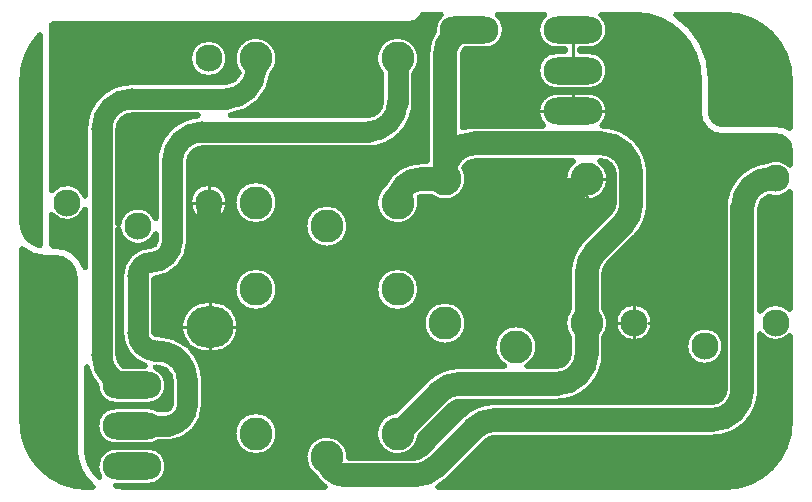
<source format=gtl>
G04 Layer: TopLayer*
G04 EasyEDA Pro v2.2.45.4, 2025-12-25 15:41:57*
G04 Gerber Generator version 0.3*
G04 Scale: 100 percent, Rotated: No, Reflected: No*
G04 Dimensions in millimeters*
G04 Leading zeros omitted, absolute positions, 4 integers and 5 decimals*
G04 Generated by custom config*
%FSLAX45Y45*%
%MOMM*%
%ADD10C,0.5*%
%ADD11C,0.254*%
%ADD12O,5.0X2.3*%
%ADD13O,4.0X3.5*%
%ADD14C,2.3*%
%ADD15C,2.794*%
%ADD16C,2.0*%
%ADD17C,1.8048*%
%ADD18C,1.8*%
G75*


G04 Copper Start*
G36*
G01X198040Y3876545D02*
G01X198040Y2106406D01*
G01X198207Y2100288D01*
G01X173732Y2107729D01*
G01X150474Y2118380D01*
G01X128852Y2132048D01*
G01X109254Y2148488D01*
G01X92033Y2167403D01*
G01X77499Y2188454D01*
G01X65915Y2211261D01*
G01X57488Y2235414D01*
G01X52370Y2260477D01*
G01X50654Y2286000D01*
G01X50654Y3502100D01*
G01X52560Y3547824D01*
G01X58266Y3593231D01*
G01X67731Y3638006D01*
G01X80890Y3681837D01*
G01X97651Y3724421D01*
G01X117899Y3765462D01*
G01X141493Y3804676D01*
G01X168268Y3841789D01*
G01X198040Y3876545D01*
G37*
G36*
G01X50654Y2064886D02*
G01X74075Y2046682D01*
G01X99223Y2030949D01*
G01X125837Y2017848D01*
G01X153643Y2007516D01*
G01X182355Y2000058D01*
G01X211674Y1995553D01*
G01X241300Y1994046D01*
G01X330200Y1994046D01*
G01X353717Y1992364D01*
G01X376755Y1987352D01*
G01X398846Y1979113D01*
G01X419539Y1967814D01*
G01X438413Y1953685D01*
G01X455085Y1937013D01*
G01X469214Y1918139D01*
G01X480513Y1897446D01*
G01X488752Y1875355D01*
G01X493764Y1852317D01*
G01X495446Y1828800D01*
G01X495446Y380079D01*
G01X497442Y338759D01*
G01X503413Y297824D01*
G01X513301Y257655D01*
G01X527016Y218626D01*
G01X544429Y181101D01*
G01X565379Y145430D01*
G01X589669Y111944D01*
G01X617075Y80956D01*
G01X647340Y52754D01*
G01X600000Y52754D01*
G01X554635Y54630D01*
G01X509581Y60246D01*
G01X465144Y69564D01*
G01X421628Y82519D01*
G01X379330Y99024D01*
G01X338540Y118965D01*
G01X299536Y142206D01*
G01X262585Y168589D01*
G01X227938Y197933D01*
G01X195833Y230038D01*
G01X166489Y264685D01*
G01X140106Y301636D01*
G01X116865Y340640D01*
G01X96924Y381430D01*
G01X80419Y423728D01*
G01X67464Y467244D01*
G01X58146Y511681D01*
G01X52530Y556735D01*
G01X50654Y602100D01*
G01X50654Y2064886D01*
G37*
G36*
G01X299348Y2106406D02*
G01X299348Y2358361D01*
G01X316252Y2340204D01*
G01X335678Y2324775D01*
G01X357191Y2312421D01*
G01X380307Y2303417D01*
G01X404508Y2297967D01*
G01X429252Y2296191D01*
G01X453984Y2298131D01*
G01X478148Y2303743D01*
G01X501204Y2312900D01*
G01X522634Y2325397D01*
G01X541957Y2340954D01*
G01X558740Y2359223D01*
G01X572607Y2379793D01*
G01X583246Y2402203D01*
G01X583246Y1912578D01*
G01X572103Y1940754D01*
G01X557835Y1967484D01*
G01X540625Y1992423D01*
G01X520696Y2015246D01*
G01X498306Y2035661D01*
G01X473743Y2053403D01*
G01X447325Y2068242D01*
G01X419395Y2079988D01*
G01X390311Y2088488D01*
G01X360451Y2093632D01*
G01X330200Y2095354D01*
G01X310400Y2095354D01*
G01X304874Y2096835D01*
G01X300829Y2100880D01*
G01X299348Y2106406D01*
G37*
G36*
G01X583246Y2521485D02*
G01X572607Y2543895D01*
G01X558740Y2564465D01*
G01X541957Y2582734D01*
G01X522634Y2598291D01*
G01X501204Y2610789D01*
G01X478148Y2619946D01*
G01X453984Y2625557D01*
G01X429252Y2627497D01*
G01X404508Y2625722D01*
G01X380307Y2620271D01*
G01X357191Y2611268D01*
G01X335678Y2598913D01*
G01X316252Y2583485D01*
G01X299348Y2565328D01*
G01X299348Y3694186D01*
G01X1463508Y3694186D01*
G01X1463508Y3669427D01*
G01X1467198Y3644945D01*
G01X1474496Y3621286D01*
G01X1485238Y3598979D01*
G01X1499186Y3578523D01*
G01X1516026Y3560373D01*
G01X1535383Y3544937D01*
G01X1556824Y3532557D01*
G01X1579872Y3523512D01*
G01X1604009Y3518003D01*
G01X1628699Y3516152D01*
G01X1628699Y3516152D01*
G01X1653388Y3518003D01*
G01X1677526Y3523512D01*
G01X1700573Y3532557D01*
G01X1722015Y3544937D01*
G01X1741372Y3560373D01*
G01X1758212Y3578523D01*
G01X1772159Y3598979D01*
G01X1782901Y3621286D01*
G01X1790199Y3644945D01*
G01X1793889Y3669427D01*
G01X1793889Y3694186D01*
G01X1790199Y3718668D01*
G01X1782901Y3742326D01*
G01X1772159Y3764633D01*
G01X1758212Y3785090D01*
G01X1741372Y3803239D01*
G01X1722015Y3818676D01*
G01X1700573Y3831055D01*
G01X1677526Y3840100D01*
G01X1653388Y3845610D01*
G01X1628699Y3847460D01*
G01X1604009Y3845610D01*
G01X1579872Y3840100D01*
G01X1556824Y3831055D01*
G01X1535383Y3818676D01*
G01X1516026Y3803239D01*
G01X1499186Y3785090D01*
G01X1485238Y3764633D01*
G01X1474496Y3742326D01*
G01X1467198Y3718668D01*
G01X1463508Y3694186D01*
G01X299348Y3694186D01*
G01X299348Y3961871D01*
G01X314435Y3971390D01*
G01X3323554Y3971390D01*
G01X3345352Y3973221D01*
G01X3366539Y3978661D01*
G01X3386523Y3987558D01*
G01X3404743Y3999663D01*
G01X3420689Y4014637D01*
G01X3433915Y4032061D01*
G01X3444049Y4051446D01*
G01X3594216Y4051446D01*
G01X3577921Y4035836D01*
G01X3563900Y4018156D01*
G01X3552411Y3998734D01*
G01X3543668Y3977931D01*
G01X3537834Y3956133D01*
G01X3535016Y3933745D01*
G01X3535266Y3911181D01*
G01X3535266Y3911181D01*
G01X3518252Y3881747D01*
G01X3504115Y3850827D01*
G01X3492984Y3818702D01*
G01X3484961Y3785664D01*
G01X3480117Y3752012D01*
G01X3478498Y3718052D01*
G01X3478498Y2811407D01*
G01X3427858Y2811407D01*
G01X3392134Y2809577D01*
G01X3356783Y2804106D01*
G01X3322177Y2795052D01*
G01X3288677Y2782509D01*
G01X3256634Y2766608D01*
G01X3226384Y2747516D01*
G01X3198242Y2725434D01*
G01X3172505Y2700591D01*
G01X3149441Y2673248D01*
G01X3129291Y2643692D01*
G01X3112267Y2612231D01*
G01X3091984Y2594039D01*
G01X3074506Y2573137D01*
G01X3060191Y2549954D01*
G01X3049332Y2524964D01*
G01X3042153Y2498681D01*
G01X3038800Y2471641D01*
G01X3039341Y2444400D01*
G01X3043766Y2417515D01*
G01X3051984Y2391538D01*
G01X3063827Y2366999D01*
G01X3079052Y2344403D01*
G01X3097346Y2324212D01*
G01X3118336Y2306840D01*
G01X3141591Y2292642D01*
G01X3166635Y2281910D01*
G01X3192955Y2274864D01*
G01X3220011Y2271647D01*
G01X3247249Y2272326D01*
G01X3274111Y2276887D01*
G01X3300047Y2285236D01*
G01X3324525Y2297202D01*
G01X3347044Y2312541D01*
G01X3367142Y2330937D01*
G01X3384408Y2352015D01*
G01X3398488Y2375341D01*
G01X3409094Y2400439D01*
G01X3416007Y2426794D01*
G01X3419088Y2453866D01*
G01X3418271Y2481100D01*
G01X3413575Y2507939D01*
G01X3420635Y2509556D01*
G01X3427858Y2510099D01*
G01X3512799Y2510099D01*
G01X3534706Y2495481D01*
G01X3558421Y2484028D01*
G01X3583490Y2475957D01*
G01X3609433Y2471423D01*
G01X3635754Y2470513D01*
G01X3661948Y2473245D01*
G01X3687514Y2479567D01*
G01X3711963Y2489356D01*
G01X3734827Y2502426D01*
G01X3755669Y2518527D01*
G01X3774088Y2537350D01*
G01X3789733Y2558536D01*
G01X3802304Y2581678D01*
G01X3811561Y2606334D01*
G01X3817327Y2632031D01*
G01X3819490Y2658278D01*
G01X3818010Y2684573D01*
G01X3812915Y2710411D01*
G01X3804302Y2735299D01*
G01X3792336Y2758760D01*
G01X3802561Y2774131D01*
G01X3815358Y2787438D01*
G01X3830318Y2798255D01*
G01X3846964Y2806238D01*
G01X3864765Y2811133D01*
G01X3883152Y2812782D01*
G01X4714497Y2812782D01*
G01X4694584Y2795490D01*
G01X4677252Y2775611D01*
G01X4662833Y2753529D01*
G01X4651606Y2729665D01*
G01X4643784Y2704478D01*
G01X4639519Y2678452D01*
G01X4638891Y2652086D01*
G01X4641914Y2625887D01*
G01X4648529Y2600357D01*
G01X4658610Y2575986D01*
G01X4671962Y2553242D01*
G01X4688329Y2532563D01*
G01X4707397Y2514343D01*
G01X4728801Y2498935D01*
G01X4752129Y2486632D01*
G01X4776933Y2477672D01*
G01X4802738Y2472226D01*
G01X4829048Y2470399D01*
G01X4855358Y2472226D01*
G01X4881163Y2477672D01*
G01X4905967Y2486632D01*
G01X4929295Y2498935D01*
G01X4950699Y2514343D01*
G01X4969767Y2532563D01*
G01X4986134Y2553242D01*
G01X4999486Y2575986D01*
G01X5009567Y2600357D01*
G01X5016182Y2625887D01*
G01X5019205Y2652086D01*
G01X5018577Y2678452D01*
G01X5014312Y2704478D01*
G01X5006490Y2729665D01*
G01X4995263Y2753529D01*
G01X4980844Y2775611D01*
G01X4963512Y2795490D01*
G01X4943599Y2812782D01*
G01X4953000Y2812782D01*
G01X4973162Y2810796D01*
G01X4992549Y2804915D01*
G01X5010416Y2795365D01*
G01X5026077Y2782512D01*
G01X5038929Y2766851D01*
G01X5048479Y2748984D01*
G01X5054360Y2729597D01*
G01X5056346Y2709436D01*
G01X5056346Y2453017D01*
G01X5054360Y2432855D01*
G01X5048479Y2413468D01*
G01X5038929Y2395601D01*
G01X5026077Y2379940D01*
G01X4796965Y2150829D01*
G01X4770297Y2121405D01*
G01X4746641Y2089509D01*
G01X4726226Y2055448D01*
G01X4709247Y2019549D01*
G01X4695869Y1982160D01*
G01X4686220Y1943639D01*
G01X4680393Y1904358D01*
G01X4678445Y1864695D01*
G01X4678445Y1557093D01*
G01X4663107Y1533914D01*
G01X4651309Y1508749D01*
G01X4643300Y1482134D01*
G01X4639253Y1454637D01*
G01X4639253Y1426843D01*
G01X4643300Y1399346D01*
G01X4651309Y1372731D01*
G01X4663107Y1347566D01*
G01X4678445Y1324387D01*
G01X4678445Y1181100D01*
G01X4676459Y1160938D01*
G01X4670578Y1141551D01*
G01X4661028Y1123684D01*
G01X4648175Y1108023D01*
G01X4632515Y1095171D01*
G01X4614648Y1085621D01*
G01X4595261Y1079740D01*
G01X4575099Y1077754D01*
G01X4327436Y1077754D01*
G01X4349863Y1093598D01*
G01X4369776Y1112503D01*
G01X4386762Y1134076D01*
G01X4400468Y1157869D01*
G01X4410608Y1183387D01*
G01X4416971Y1210097D01*
G01X4419425Y1237445D01*
G01X4417919Y1264862D01*
G01X4412484Y1291777D01*
G01X4403234Y1317630D01*
G01X4390360Y1341883D01*
G01X4374131Y1364032D01*
G01X4354883Y1383615D01*
G01X4333019Y1400225D01*
G01X4308992Y1413517D01*
G01X4283303Y1423214D01*
G01X4256487Y1429114D01*
G01X4229100Y1431094D01*
G01X4201713Y1429114D01*
G01X4174897Y1423214D01*
G01X4149208Y1413517D01*
G01X4125181Y1400225D01*
G01X4103317Y1383615D01*
G01X4084069Y1364032D01*
G01X4067840Y1341883D01*
G01X4054966Y1317630D01*
G01X4045716Y1291777D01*
G01X4040281Y1264862D01*
G01X4038775Y1237445D01*
G01X4041229Y1210097D01*
G01X4047592Y1183387D01*
G01X4057732Y1157869D01*
G01X4071438Y1134076D01*
G01X4088424Y1112503D01*
G01X4108337Y1093598D01*
G01X4130764Y1077754D01*
G01X3755216Y1077754D01*
G01X3755216Y1077754D01*
G01X3715553Y1075805D01*
G01X3676272Y1069979D01*
G01X3637751Y1060330D01*
G01X3600361Y1046952D01*
G01X3564463Y1029973D01*
G01X3530402Y1009558D01*
G01X3498506Y985902D01*
G01X3469082Y959234D01*
G01X3204644Y694796D01*
G01X3178668Y689600D01*
G01X3153665Y680849D01*
G01X3130119Y668711D01*
G01X3108486Y653422D01*
G01X3089185Y635278D01*
G01X3072589Y614630D01*
G01X3059021Y591878D01*
G01X3048743Y567463D01*
G01X3041954Y541857D01*
G01X3038785Y515557D01*
G01X3039298Y489072D01*
G01X3043484Y462914D01*
G01X3051260Y437590D01*
G01X3062476Y413592D01*
G01X3076915Y391382D01*
G01X3094298Y371393D01*
G01X3114288Y354010D01*
G01X3136497Y339571D01*
G01X3160496Y328354D01*
G01X3185819Y320578D01*
G01X3211977Y316393D01*
G01X3238462Y315880D01*
G01X3264763Y319048D01*
G01X3290368Y325838D01*
G01X3314784Y336116D01*
G01X3337536Y349684D01*
G01X3358184Y366279D01*
G01X3376328Y385580D01*
G01X3391617Y407213D01*
G01X3403754Y430760D01*
G01X3412506Y455763D01*
G01X3417701Y481739D01*
G01X3682139Y746177D01*
G01X3697800Y759029D01*
G01X3715667Y768579D01*
G01X3735054Y774460D01*
G01X3755216Y776446D01*
G01X4575099Y776446D01*
G01X4614762Y778395D01*
G01X4654043Y784221D01*
G01X4692564Y793870D01*
G01X4729953Y807248D01*
G01X4765851Y824227D01*
G01X4799913Y844642D01*
G01X4831809Y868298D01*
G01X4861232Y894966D01*
G01X4887901Y924390D01*
G01X4911556Y956286D01*
G01X4931972Y990347D01*
G01X4948950Y1026246D01*
G01X4962329Y1063635D01*
G01X4971977Y1102156D01*
G01X4977804Y1141437D01*
G01X4979753Y1181100D01*
G01X4979753Y1258173D01*
G01X5664109Y1258173D01*
G01X5664109Y1233414D01*
G01X5667800Y1208932D01*
G01X5675097Y1185274D01*
G01X5685840Y1162967D01*
G01X5699787Y1142510D01*
G01X5716627Y1124361D01*
G01X5735984Y1108924D01*
G01X5757426Y1096545D01*
G01X5780473Y1087500D01*
G01X5804611Y1081990D01*
G01X5829300Y1080140D01*
G01X5829300Y1080140D01*
G01X5853989Y1081990D01*
G01X5878127Y1087500D01*
G01X5901174Y1096545D01*
G01X5922616Y1108924D01*
G01X5941973Y1124361D01*
G01X5958813Y1142510D01*
G01X5972760Y1162967D01*
G01X5983503Y1185274D01*
G01X5990800Y1208932D01*
G01X5994491Y1233414D01*
G01X5994491Y1258173D01*
G01X5990800Y1282655D01*
G01X5983503Y1306314D01*
G01X5972760Y1328621D01*
G01X5958813Y1349077D01*
G01X5941973Y1367227D01*
G01X5922616Y1382663D01*
G01X5901174Y1395043D01*
G01X5878127Y1404088D01*
G01X5853989Y1409597D01*
G01X5829300Y1411448D01*
G01X5804611Y1409597D01*
G01X5780473Y1404088D01*
G01X5757426Y1395043D01*
G01X5735984Y1382663D01*
G01X5716627Y1367227D01*
G01X5699787Y1349077D01*
G01X5685840Y1328621D01*
G01X5675097Y1306314D01*
G01X5667800Y1282655D01*
G01X5664109Y1258173D01*
G01X4979753Y1258173D01*
G01X4979753Y1324387D01*
G01X4995090Y1347566D01*
G01X5006889Y1372731D01*
G01X5014897Y1399346D01*
G01X5018945Y1426843D01*
G01X5018945Y1454637D01*
G01X5018417Y1458224D01*
G01X5064111Y1458224D01*
G01X5064111Y1433465D01*
G01X5067801Y1408983D01*
G01X5075099Y1385324D01*
G01X5085841Y1363017D01*
G01X5099788Y1342561D01*
G01X5116628Y1324411D01*
G01X5135985Y1308975D01*
G01X5157427Y1296595D01*
G01X5180474Y1287550D01*
G01X5204612Y1282041D01*
G01X5229301Y1280190D01*
G01X5229301Y1280190D01*
G01X5253991Y1282041D01*
G01X5278128Y1287550D01*
G01X5301176Y1296595D01*
G01X5322617Y1308975D01*
G01X5341974Y1324411D01*
G01X5358814Y1342561D01*
G01X5372762Y1363017D01*
G01X5383504Y1385324D01*
G01X5390802Y1408983D01*
G01X5394492Y1433465D01*
G01X5394492Y1458224D01*
G01X5390802Y1482706D01*
G01X5383504Y1506364D01*
G01X5372762Y1528671D01*
G01X5358814Y1549128D01*
G01X5341974Y1567277D01*
G01X5322617Y1582714D01*
G01X5301176Y1595093D01*
G01X5278128Y1604138D01*
G01X5253991Y1609648D01*
G01X5229301Y1611498D01*
G01X5204612Y1609648D01*
G01X5180474Y1604138D01*
G01X5157427Y1595093D01*
G01X5135985Y1582714D01*
G01X5116628Y1567277D01*
G01X5099788Y1549128D01*
G01X5085841Y1528671D01*
G01X5075099Y1506364D01*
G01X5067801Y1482706D01*
G01X5064111Y1458224D01*
G01X5018417Y1458224D01*
G01X5014897Y1482134D01*
G01X5006889Y1508749D01*
G01X4995090Y1533914D01*
G01X4979753Y1557093D01*
G01X4979753Y1864695D01*
G01X4981739Y1884857D01*
G01X4987620Y1904244D01*
G01X4997170Y1922111D01*
G01X5010022Y1937772D01*
G01X5239134Y2166883D01*
G01X5265802Y2196307D01*
G01X5289458Y2228203D01*
G01X5309873Y2262264D01*
G01X5326852Y2298162D01*
G01X5340230Y2335552D01*
G01X5349879Y2374073D01*
G01X5355705Y2413354D01*
G01X5357654Y2453017D01*
G01X5357654Y2709436D01*
G01X5355757Y2748569D01*
G01X5350085Y2787337D01*
G01X5340690Y2825373D01*
G01X5327660Y2862323D01*
G01X5311118Y2897840D01*
G01X5291219Y2931590D01*
G01X5268149Y2963258D01*
G01X5242125Y2992546D01*
G01X5213390Y3019180D01*
G01X5182214Y3042911D01*
G01X5148889Y3063515D01*
G01X5113728Y3080800D01*
G01X5077060Y3094603D01*
G01X5039230Y3104795D01*
G01X5000590Y3111281D01*
G01X4961505Y3114000D01*
G01X4977909Y3132300D01*
G01X4991426Y3152825D01*
G01X5001757Y3175123D01*
G01X5008676Y3198705D01*
G01X5012029Y3223052D01*
G01X5011744Y3247626D01*
G01X5007826Y3271887D01*
G01X5000361Y3295302D01*
G01X4989515Y3317355D01*
G01X4975525Y3337561D01*
G01X4958700Y3355474D01*
G01X4939410Y3370701D01*
G01X4918079Y3382907D01*
G01X4895177Y3391822D01*
G01X4871208Y3397251D01*
G01X4846700Y3399074D01*
G01X4576700Y3399074D01*
G01X4552200Y3397252D01*
G01X4528238Y3391827D01*
G01X4505343Y3382917D01*
G01X4484017Y3370719D01*
G01X4464730Y3355502D01*
G01X4447905Y3337598D01*
G01X4433914Y3317404D01*
G01X4423063Y3295362D01*
G01X4415591Y3271958D01*
G01X4411663Y3247706D01*
G01X4411365Y3223140D01*
G01X4414704Y3198800D01*
G01X4421606Y3175222D01*
G01X4431919Y3152923D01*
G01X4445417Y3132395D01*
G01X4461802Y3114090D01*
G01X3883152Y3114090D01*
G01X3848360Y3112591D01*
G01X3813826Y3108107D01*
G01X3779806Y3100670D01*
G01X3779806Y3718052D01*
G01X3780966Y3729350D01*
G01X3784398Y3740176D01*
G01X3789959Y3750080D01*
G01X3797416Y3758646D01*
G01X3970400Y3758646D01*
G01X3995624Y3760578D01*
G01X4020259Y3766328D01*
G01X4043732Y3775761D01*
G01X4065494Y3788660D01*
G01X4085039Y3804721D01*
G01X4101910Y3823571D01*
G01X4115714Y3844770D01*
G01X4126130Y3867824D01*
G01X4132913Y3892195D01*
G01X4135907Y3917315D01*
G01X4135040Y3942598D01*
G01X4130334Y3967454D01*
G01X4121898Y3991304D01*
G01X4109929Y4013590D01*
G01X4094706Y4033795D01*
G01X4076584Y4051446D01*
G01X4470516Y4051446D01*
G01X4452394Y4033795D01*
G01X4437171Y4013590D01*
G01X4425202Y3991304D01*
G01X4416766Y3967454D01*
G01X4412060Y3942598D01*
G01X4411193Y3917315D01*
G01X4414187Y3892195D01*
G01X4420970Y3867824D01*
G01X4431386Y3844770D01*
G01X4445190Y3823571D01*
G01X4462061Y3804721D01*
G01X4481606Y3788660D01*
G01X4503368Y3775761D01*
G01X4526841Y3766328D01*
G01X4551476Y3760578D01*
G01X4576700Y3758646D01*
G01X4648346Y3758646D01*
G01X4648346Y3744514D01*
G01X4576700Y3744514D01*
G01X4552011Y3742664D01*
G01X4527873Y3737154D01*
G01X4504825Y3728109D01*
G01X4483384Y3715730D01*
G01X4464027Y3700293D01*
G01X4447187Y3682144D01*
G01X4433239Y3661687D01*
G01X4422497Y3639380D01*
G01X4415199Y3615721D01*
G01X4411509Y3591239D01*
G01X4411509Y3566481D01*
G01X4415199Y3541999D01*
G01X4422497Y3518340D01*
G01X4433239Y3496033D01*
G01X4447187Y3475576D01*
G01X4464027Y3457427D01*
G01X4483384Y3441990D01*
G01X4504825Y3429611D01*
G01X4527873Y3420566D01*
G01X4552011Y3415056D01*
G01X4576700Y3413206D01*
G01X4846700Y3413206D01*
G01X4871389Y3415056D01*
G01X4895527Y3420566D01*
G01X4918575Y3429611D01*
G01X4940016Y3441990D01*
G01X4959373Y3457427D01*
G01X4976213Y3475576D01*
G01X4990161Y3496033D01*
G01X5000903Y3518340D01*
G01X5008201Y3541999D01*
G01X5011891Y3566481D01*
G01X5011891Y3591239D01*
G01X5008201Y3615721D01*
G01X5000903Y3639380D01*
G01X4990161Y3661687D01*
G01X4976213Y3682144D01*
G01X4959373Y3700293D01*
G01X4940016Y3715730D01*
G01X4918575Y3728109D01*
G01X4895527Y3737154D01*
G01X4871389Y3742664D01*
G01X4846700Y3744514D01*
G01X4775054Y3744514D01*
G01X4775054Y3758646D01*
G01X4846700Y3758646D01*
G01X4871924Y3760578D01*
G01X4896559Y3766328D01*
G01X4920032Y3775761D01*
G01X4941794Y3788660D01*
G01X4961339Y3804721D01*
G01X4978210Y3823571D01*
G01X4992014Y3844770D01*
G01X5002430Y3867824D01*
G01X5009213Y3892195D01*
G01X5012207Y3917315D01*
G01X5011340Y3942598D01*
G01X5006634Y3967454D01*
G01X4998198Y3991304D01*
G01X4986229Y4013590D01*
G01X4971006Y4033795D01*
G01X4952884Y4051446D01*
G01X5239442Y4051446D01*
G01X5283969Y4049604D01*
G01X5328192Y4044092D01*
G01X5371809Y4034947D01*
G01X5414522Y4022231D01*
G01X5456038Y4006031D01*
G01X5496075Y3986458D01*
G01X5534359Y3963646D01*
G01X5570628Y3937750D01*
G01X5604635Y3908947D01*
G01X5636147Y3877435D01*
G01X5664950Y3843428D01*
G01X5690846Y3807159D01*
G01X5713658Y3768875D01*
G01X5733231Y3728838D01*
G01X5749431Y3687322D01*
G01X5762147Y3644609D01*
G01X5771292Y3600992D01*
G01X5776804Y3556769D01*
G01X5778646Y3512242D01*
G01X5778646Y3225800D01*
G01X5780383Y3199296D01*
G01X5785565Y3173246D01*
G01X5794103Y3148095D01*
G01X5805850Y3124273D01*
G01X5820606Y3102189D01*
G01X5838119Y3082219D01*
G01X5858089Y3064706D01*
G01X5880173Y3049950D01*
G01X5903995Y3038203D01*
G01X5929146Y3029665D01*
G01X5955196Y3024483D01*
G01X5981700Y3022746D01*
G01X6438900Y3022746D01*
G01X6458079Y3021068D01*
G01X6476675Y3016085D01*
G01X6494123Y3007949D01*
G01X6509893Y2996907D01*
G01X6523507Y2983293D01*
G01X6534549Y2967523D01*
G01X6542685Y2950075D01*
G01X6547668Y2931479D01*
G01X6549346Y2912300D01*
G01X6549346Y2779954D01*
G01X6532016Y2795769D01*
G01X6512625Y2808977D01*
G01X6491563Y2819313D01*
G01X6469252Y2826570D01*
G01X6446139Y2830602D01*
G01X6422689Y2831328D01*
G01X6399371Y2828734D01*
G01X6376653Y2822872D01*
G01X6354992Y2813859D01*
G01X6316207Y2807519D01*
G01X6278220Y2797447D01*
G01X6241390Y2783738D01*
G01X6206063Y2766521D01*
G01X6172573Y2745957D01*
G01X6141235Y2722243D01*
G01X6112345Y2695600D01*
G01X6086177Y2666280D01*
G01X6062975Y2634560D01*
G01X6042961Y2600740D01*
G01X6026321Y2565137D01*
G01X6013213Y2528088D01*
G01X6003761Y2489942D01*
G01X5998054Y2451059D01*
G01X5996146Y2411806D01*
G01X5996146Y876300D01*
G01X5994160Y856138D01*
G01X5988279Y836751D01*
G01X5978729Y818884D01*
G01X5965877Y803223D01*
G01X5950216Y790371D01*
G01X5932349Y780821D01*
G01X5912962Y774940D01*
G01X5892800Y772954D01*
G01X4054910Y772954D01*
G01X4054910Y772954D01*
G01X4015247Y771005D01*
G01X3975966Y765179D01*
G01X3937446Y755530D01*
G01X3900056Y742152D01*
G01X3864158Y725173D01*
G01X3830097Y704758D01*
G01X3798201Y681102D01*
G01X3768777Y654434D01*
G01X3447666Y333323D01*
G01X3432006Y320471D01*
G01X3414139Y310921D01*
G01X3394752Y305040D01*
G01X3374590Y303054D01*
G01X2819231Y303054D01*
G01X2817831Y329224D01*
G01X2812850Y354953D01*
G01X2804382Y379754D01*
G01X2792588Y403158D01*
G01X2777691Y424719D01*
G01X2759974Y444031D01*
G01X2739773Y460725D01*
G01X2717470Y474487D01*
G01X2693488Y485055D01*
G01X2668282Y492229D01*
G01X2642329Y495873D01*
G01X2616122Y495918D01*
G01X2590157Y492363D01*
G01X2564927Y485276D01*
G01X2540909Y474790D01*
G01X2518559Y461105D01*
G01X2498300Y444480D01*
G01X2480517Y425229D01*
G01X2465546Y403719D01*
G01X2453672Y380356D01*
G01X2445119Y355584D01*
G01X2440050Y329872D01*
G01X2438560Y303707D01*
G01X2440678Y277586D01*
G01X2446363Y252003D01*
G01X2455509Y227443D01*
G01X2467941Y204373D01*
G01X2483424Y183228D01*
G01X2501665Y164411D01*
G01X2522317Y148277D01*
G01X2541128Y120767D01*
G01X2562835Y95479D01*
G01X2587177Y72717D01*
G01X2613863Y52754D01*
G01X924079Y52754D01*
G01X896812Y53892D01*
G01X869734Y57297D01*
G01X843034Y62946D01*
G01X1112900Y62946D01*
G01X1137589Y64796D01*
G01X1161727Y70306D01*
G01X1184775Y79351D01*
G01X1206216Y91730D01*
G01X1225573Y107167D01*
G01X1242413Y125316D01*
G01X1256361Y145773D01*
G01X1267103Y168080D01*
G01X1274401Y191739D01*
G01X1278091Y216221D01*
G01X1278091Y240979D01*
G01X1274401Y265461D01*
G01X1267103Y289120D01*
G01X1256361Y311427D01*
G01X1242413Y331884D01*
G01X1225573Y350033D01*
G01X1206216Y365470D01*
G01X1184775Y377849D01*
G01X1161727Y386894D01*
G01X1137589Y392404D01*
G01X1112900Y394254D01*
G01X842900Y394254D01*
G01X817480Y392292D01*
G01X792662Y386452D01*
G01X769034Y376874D01*
G01X747156Y363782D01*
G01X727546Y347489D01*
G01X710668Y328379D01*
G01X696923Y306906D01*
G01X686635Y283578D01*
G01X680050Y258948D01*
G01X677321Y233598D01*
G01X678516Y208131D01*
G01X683604Y183148D01*
G01X692465Y159241D01*
G01X704890Y136978D01*
G01X680699Y161201D01*
G01X659169Y187817D01*
G01X640538Y216537D01*
G01X625007Y247046D01*
G01X612749Y279009D01*
G01X603895Y312079D01*
G01X598544Y345892D01*
G01X596754Y380079D01*
G01X596754Y1066031D01*
G01X596754Y1066031D01*
G01X607289Y1032757D01*
G01X620722Y1000544D01*
G01X636949Y969644D01*
G01X655842Y940298D01*
G01X677254Y912736D01*
G01X679526Y887008D01*
G01X685770Y861946D01*
G01X695834Y838159D01*
G01X709472Y816225D01*
G01X726355Y796678D01*
G01X746070Y779993D01*
G01X768140Y766575D01*
G01X792027Y756751D01*
G01X817150Y750760D01*
G01X842900Y748746D01*
G01X1112900Y748746D01*
G01X1137873Y750639D01*
G01X1162275Y756276D01*
G01X1185549Y765526D01*
G01X1207162Y778180D01*
G01X1226620Y793947D01*
G01X1243479Y812467D01*
G01X1257354Y833318D01*
G01X1267926Y856022D01*
G01X1274955Y880060D01*
G01X1278280Y904883D01*
G01X1277825Y929923D01*
G01X1273600Y954609D01*
G01X1265702Y978376D01*
G01X1254311Y1000680D01*
G01X1239688Y1021012D01*
G01X1222166Y1038907D01*
G01X1202148Y1053957D01*
G01X1180089Y1065816D01*
G01X1186896Y1065455D01*
G01X1198568Y1064970D01*
G01X1217114Y1063375D01*
G01X1235114Y1058635D01*
G01X1252040Y1050890D01*
G01X1267395Y1040369D01*
G01X1280727Y1027379D01*
G01X1291644Y1012303D01*
G01X1299826Y995584D01*
G01X1305300Y976327D01*
G01X1307146Y956392D01*
G01X1307146Y746789D01*
G01X1305598Y736550D01*
G01X1301092Y727227D01*
G01X1294031Y719652D01*
G01X1285047Y714502D01*
G01X1274942Y712239D01*
G01X1272510Y712154D01*
G01X1200408Y712154D01*
G01X1180056Y722931D01*
G01X1158405Y730781D01*
G01X1135874Y735553D01*
G01X1112900Y737154D01*
G01X842900Y737154D01*
G01X818211Y735304D01*
G01X794073Y729794D01*
G01X771025Y720749D01*
G01X749584Y708370D01*
G01X730227Y692933D01*
G01X713387Y674784D01*
G01X699439Y654327D01*
G01X688697Y632020D01*
G01X681399Y608361D01*
G01X677709Y583879D01*
G01X677709Y559121D01*
G01X681399Y534639D01*
G01X688697Y510980D01*
G01X699439Y488673D01*
G01X713387Y468216D01*
G01X730227Y450067D01*
G01X749584Y434630D01*
G01X771025Y422251D01*
G01X794073Y413206D01*
G01X818211Y407696D01*
G01X842900Y405846D01*
G01X1112900Y405846D01*
G01X1135874Y407447D01*
G01X1158405Y412219D01*
G01X1180056Y420069D01*
G01X1200408Y430846D01*
G01X1272512Y430846D01*
G01X1272512Y430846D01*
G01X1294698Y431626D01*
G01X1294698Y431626D01*
G01X1328285Y435808D01*
G01X1361232Y443559D01*
G01X1393161Y454790D01*
G01X1423705Y469372D01*
G01X1452514Y487138D01*
G01X1476821Y505993D01*
G01X1838547Y505993D01*
G01X1840485Y478903D01*
G01X1846258Y452364D01*
G01X1855749Y426918D01*
G01X1868765Y403080D01*
G01X1885041Y381338D01*
G01X1904246Y362133D01*
G01X1925988Y345857D01*
G01X1949825Y332841D01*
G01X1975272Y323350D01*
G01X2001811Y317577D01*
G01X2028901Y315639D01*
G01X2055991Y317577D01*
G01X2082530Y323350D01*
G01X2107977Y332841D01*
G01X2131814Y345857D01*
G01X2153557Y362133D01*
G01X2172761Y381338D01*
G01X2189037Y403080D01*
G01X2202053Y426918D01*
G01X2211544Y452364D01*
G01X2217318Y478903D01*
G01X2219255Y505993D01*
G01X2217318Y533084D01*
G01X2211544Y559622D01*
G01X2202053Y585069D01*
G01X2189037Y608907D01*
G01X2172761Y630649D01*
G01X2153557Y649853D01*
G01X2131814Y666129D01*
G01X2107977Y679145D01*
G01X2082530Y688637D01*
G01X2055991Y694410D01*
G01X2028901Y696347D01*
G01X2028901Y696347D01*
G01X2001811Y694410D01*
G01X1975272Y688637D01*
G01X1949825Y679145D01*
G01X1925988Y666129D01*
G01X1904246Y649853D01*
G01X1885041Y630649D01*
G01X1868765Y608907D01*
G01X1855749Y585069D01*
G01X1846258Y559622D01*
G01X1840485Y533084D01*
G01X1838547Y505993D01*
G01X1476821Y505993D01*
G01X1479257Y507883D01*
G01X1503628Y531371D01*
G01X1525346Y557330D01*
G01X1544162Y585464D01*
G01X1559861Y615450D01*
G01X1572262Y646943D01*
G01X1581223Y679581D01*
G01X1586641Y712991D01*
G01X1588454Y746789D01*
G01X1588454Y956392D01*
G01X1588454Y956392D01*
G01X1586793Y992337D01*
G01X1581826Y1027975D01*
G01X1573595Y1063004D01*
G01X1562169Y1097124D01*
G01X1562169Y1097124D01*
G01X1549274Y1126734D01*
G01X1533973Y1155174D01*
G01X1516371Y1182251D01*
G01X1496588Y1207778D01*
G01X1474761Y1231580D01*
G01X1499450Y1214872D01*
G01X1526127Y1201564D01*
G01X1554325Y1191889D01*
G01X1583553Y1186015D01*
G01X1613300Y1184046D01*
G01X1663300Y1184046D01*
G01X1692754Y1185977D01*
G01X1721703Y1191735D01*
G01X1749654Y1201223D01*
G01X1776127Y1214278D01*
G01X1800669Y1230677D01*
G01X1822861Y1250139D01*
G01X1842323Y1272331D01*
G01X1858722Y1296873D01*
G01X1871777Y1323346D01*
G01X1881265Y1351296D01*
G01X1887023Y1380246D01*
G01X1888954Y1409700D01*
G01X1887023Y1439154D01*
G01X1886708Y1440740D01*
G01X3438747Y1440740D01*
G01X3440685Y1413650D01*
G01X3446458Y1387111D01*
G01X3455949Y1361664D01*
G01X3468965Y1337827D01*
G01X3485241Y1316085D01*
G01X3504446Y1296880D01*
G01X3526188Y1280604D01*
G01X3550025Y1267588D01*
G01X3575472Y1258097D01*
G01X3602011Y1252324D01*
G01X3629101Y1250386D01*
G01X3656191Y1252324D01*
G01X3682730Y1258097D01*
G01X3708177Y1267588D01*
G01X3732014Y1280604D01*
G01X3753757Y1296880D01*
G01X3772961Y1316085D01*
G01X3789237Y1337827D01*
G01X3802253Y1361664D01*
G01X3811744Y1387111D01*
G01X3817518Y1413650D01*
G01X3819455Y1440740D01*
G01X3817518Y1467830D01*
G01X3811744Y1494369D01*
G01X3802253Y1519816D01*
G01X3789237Y1543653D01*
G01X3772961Y1565395D01*
G01X3753757Y1584600D01*
G01X3732014Y1600876D01*
G01X3708177Y1613892D01*
G01X3682730Y1623383D01*
G01X3656191Y1629156D01*
G01X3629101Y1631094D01*
G01X3629101Y1631094D01*
G01X3602011Y1629156D01*
G01X3575472Y1623383D01*
G01X3550025Y1613892D01*
G01X3526188Y1600876D01*
G01X3504446Y1584600D01*
G01X3485241Y1565395D01*
G01X3468965Y1543653D01*
G01X3455949Y1519816D01*
G01X3446458Y1494369D01*
G01X3440685Y1467830D01*
G01X3438747Y1440740D01*
G01X1886708Y1440740D01*
G01X1881265Y1468104D01*
G01X1871777Y1496054D01*
G01X1858722Y1522527D01*
G01X1842323Y1547069D01*
G01X1822861Y1569261D01*
G01X1800669Y1588723D01*
G01X1776127Y1605122D01*
G01X1749654Y1618177D01*
G01X1721703Y1627665D01*
G01X1692754Y1633423D01*
G01X1663300Y1635354D01*
G01X1613300Y1635354D01*
G01X1584288Y1633481D01*
G01X1555757Y1627894D01*
G01X1528182Y1618685D01*
G01X1502019Y1606007D01*
G01X1477704Y1590070D01*
G01X1455639Y1571140D01*
G01X1436192Y1549530D01*
G01X1419684Y1525598D01*
G01X1406390Y1499743D01*
G01X1396530Y1472394D01*
G01X1390269Y1444004D01*
G01X1387709Y1415044D01*
G01X1388895Y1385995D01*
G01X1393805Y1357341D01*
G01X1402358Y1329555D01*
G01X1414413Y1303099D01*
G01X1429769Y1278413D01*
G01X1448172Y1255907D01*
G01X1417957Y1278695D01*
G01X1385675Y1298447D01*
G01X1351631Y1314977D01*
G01X1316144Y1328127D01*
G01X1279549Y1337775D01*
G01X1242191Y1343830D01*
G01X1204422Y1346234D01*
G01X1177489Y1347154D01*
G01X1173421Y1348244D01*
G01X1170444Y1351222D01*
G01X1169354Y1355290D01*
G01X1169354Y1726006D01*
G01X1838598Y1726006D01*
G01X1840536Y1698916D01*
G01X1846309Y1672377D01*
G01X1855800Y1646930D01*
G01X1868816Y1623093D01*
G01X1885092Y1601351D01*
G01X1904297Y1582146D01*
G01X1926039Y1565870D01*
G01X1949876Y1552854D01*
G01X1975323Y1543363D01*
G01X2001862Y1537590D01*
G01X2028952Y1535652D01*
G01X2056042Y1537590D01*
G01X2082581Y1543363D01*
G01X2108028Y1552854D01*
G01X2131865Y1565870D01*
G01X2153607Y1582146D01*
G01X2172812Y1601351D01*
G01X2189088Y1623093D01*
G01X2202104Y1646930D01*
G01X2211595Y1672377D01*
G01X2217368Y1698916D01*
G01X2219306Y1726006D01*
G01X3038494Y1726006D01*
G01X3040432Y1698916D01*
G01X3046205Y1672377D01*
G01X3055696Y1646930D01*
G01X3068712Y1623093D01*
G01X3084988Y1601351D01*
G01X3104193Y1582146D01*
G01X3125935Y1565870D01*
G01X3149772Y1552854D01*
G01X3175219Y1543363D01*
G01X3201758Y1537590D01*
G01X3228848Y1535652D01*
G01X3255938Y1537590D01*
G01X3282477Y1543363D01*
G01X3307924Y1552854D01*
G01X3331761Y1565870D01*
G01X3353503Y1582146D01*
G01X3372708Y1601351D01*
G01X3388984Y1623093D01*
G01X3402000Y1646930D01*
G01X3411491Y1672377D01*
G01X3417264Y1698916D01*
G01X3419202Y1726006D01*
G01X3417264Y1753096D01*
G01X3411491Y1779635D01*
G01X3402000Y1805082D01*
G01X3388984Y1828919D01*
G01X3372708Y1850662D01*
G01X3353503Y1869866D01*
G01X3331761Y1886142D01*
G01X3307924Y1899158D01*
G01X3282477Y1908649D01*
G01X3255938Y1914423D01*
G01X3228848Y1916360D01*
G01X3228848Y1916360D01*
G01X3201758Y1914423D01*
G01X3175219Y1908649D01*
G01X3149772Y1899158D01*
G01X3125935Y1886142D01*
G01X3104193Y1869866D01*
G01X3084988Y1850662D01*
G01X3068712Y1828919D01*
G01X3055696Y1805082D01*
G01X3046205Y1779635D01*
G01X3040432Y1753096D01*
G01X3038494Y1726006D01*
G01X2219306Y1726006D01*
G01X2219306Y1726006D01*
G01X2217368Y1753096D01*
G01X2211595Y1779635D01*
G01X2202104Y1805082D01*
G01X2189088Y1828919D01*
G01X2172812Y1850662D01*
G01X2153607Y1869866D01*
G01X2131865Y1886142D01*
G01X2108028Y1899158D01*
G01X2082581Y1908649D01*
G01X2056042Y1914423D01*
G01X2028952Y1916360D01*
G01X2028952Y1916360D01*
G01X2001862Y1914423D01*
G01X1975323Y1908649D01*
G01X1949876Y1899158D01*
G01X1926039Y1886142D01*
G01X1904297Y1869866D01*
G01X1885092Y1850662D01*
G01X1868816Y1828919D01*
G01X1855800Y1805082D01*
G01X1846309Y1779635D01*
G01X1840536Y1753096D01*
G01X1838598Y1726006D01*
G01X1169354Y1726006D01*
G01X1169354Y1816238D01*
G01X1202871Y1820825D01*
G01X1235713Y1828941D01*
G01X1267509Y1840495D01*
G01X1297900Y1855357D01*
G01X1326542Y1873359D01*
G01X1353113Y1894298D01*
G01X1377313Y1917938D01*
G01X1398869Y1944011D01*
G01X1417537Y1972224D01*
G01X1433107Y2002258D01*
G01X1445403Y2033774D01*
G01X1454287Y2066417D01*
G01X1459657Y2099818D01*
G01X1461454Y2133600D01*
G01X1461454Y2261794D01*
G01X2438546Y2261794D01*
G01X2440484Y2234704D01*
G01X2446257Y2208165D01*
G01X2455748Y2182718D01*
G01X2468764Y2158881D01*
G01X2485040Y2137138D01*
G01X2504245Y2117934D01*
G01X2525987Y2101658D01*
G01X2549824Y2088642D01*
G01X2575271Y2079151D01*
G01X2601810Y2073377D01*
G01X2628900Y2071440D01*
G01X2655990Y2073377D01*
G01X2682529Y2079151D01*
G01X2707976Y2088642D01*
G01X2731813Y2101658D01*
G01X2753555Y2117934D01*
G01X2772760Y2137138D01*
G01X2789036Y2158881D01*
G01X2802052Y2182718D01*
G01X2811543Y2208165D01*
G01X2817316Y2234704D01*
G01X2819254Y2261794D01*
G01X2817316Y2288884D01*
G01X2811543Y2315423D01*
G01X2802052Y2340870D01*
G01X2789036Y2364707D01*
G01X2772760Y2386449D01*
G01X2753555Y2405654D01*
G01X2731813Y2421930D01*
G01X2707976Y2434946D01*
G01X2682529Y2444437D01*
G01X2655990Y2450210D01*
G01X2628900Y2452148D01*
G01X2628900Y2452148D01*
G01X2601810Y2450210D01*
G01X2575271Y2444437D01*
G01X2549824Y2434946D01*
G01X2525987Y2421930D01*
G01X2504245Y2405654D01*
G01X2485040Y2386449D01*
G01X2468764Y2364707D01*
G01X2455748Y2340870D01*
G01X2446257Y2315423D01*
G01X2440484Y2288884D01*
G01X2438546Y2261794D01*
G01X1461454Y2261794D01*
G01X1461454Y2474224D01*
G01X1463508Y2474224D01*
G01X1463508Y2449465D01*
G01X1467198Y2424983D01*
G01X1474496Y2401324D01*
G01X1485238Y2379017D01*
G01X1499186Y2358561D01*
G01X1516026Y2340411D01*
G01X1535383Y2324975D01*
G01X1556824Y2312595D01*
G01X1579872Y2303550D01*
G01X1604009Y2298041D01*
G01X1628699Y2296190D01*
G01X1628699Y2296190D01*
G01X1653388Y2298041D01*
G01X1677526Y2303550D01*
G01X1700573Y2312595D01*
G01X1722015Y2324975D01*
G01X1741372Y2340411D01*
G01X1758212Y2358561D01*
G01X1772159Y2379017D01*
G01X1782901Y2401324D01*
G01X1790199Y2424983D01*
G01X1793889Y2449465D01*
G01X1793889Y2461793D01*
G01X1838547Y2461793D01*
G01X1840485Y2434703D01*
G01X1846258Y2408164D01*
G01X1855749Y2382718D01*
G01X1868765Y2358880D01*
G01X1885041Y2337138D01*
G01X1904246Y2317933D01*
G01X1925988Y2301657D01*
G01X1949825Y2288641D01*
G01X1975272Y2279150D01*
G01X2001811Y2273377D01*
G01X2028901Y2271439D01*
G01X2055991Y2273377D01*
G01X2082530Y2279150D01*
G01X2107977Y2288641D01*
G01X2131814Y2301657D01*
G01X2153557Y2317933D01*
G01X2172761Y2337138D01*
G01X2189037Y2358880D01*
G01X2202053Y2382718D01*
G01X2211544Y2408164D01*
G01X2217318Y2434703D01*
G01X2219255Y2461793D01*
G01X2217318Y2488884D01*
G01X2211544Y2515422D01*
G01X2202053Y2540869D01*
G01X2189037Y2564707D01*
G01X2172761Y2586449D01*
G01X2153557Y2605653D01*
G01X2131814Y2621929D01*
G01X2107977Y2634945D01*
G01X2082530Y2644437D01*
G01X2055991Y2650210D01*
G01X2028901Y2652147D01*
G01X2028901Y2652147D01*
G01X2001811Y2650210D01*
G01X1975272Y2644437D01*
G01X1949825Y2634945D01*
G01X1925988Y2621929D01*
G01X1904246Y2605653D01*
G01X1885041Y2586449D01*
G01X1868765Y2564707D01*
G01X1855749Y2540869D01*
G01X1846258Y2515422D01*
G01X1840485Y2488884D01*
G01X1838547Y2461793D01*
G01X1793889Y2461793D01*
G01X1793889Y2474224D01*
G01X1790199Y2498706D01*
G01X1782901Y2522364D01*
G01X1772159Y2544671D01*
G01X1758212Y2565128D01*
G01X1741372Y2583277D01*
G01X1722015Y2598714D01*
G01X1700573Y2611093D01*
G01X1677526Y2620138D01*
G01X1653388Y2625648D01*
G01X1628699Y2627498D01*
G01X1604009Y2625648D01*
G01X1579872Y2620138D01*
G01X1556824Y2611093D01*
G01X1535383Y2598714D01*
G01X1516026Y2583277D01*
G01X1499186Y2565128D01*
G01X1485238Y2544671D01*
G01X1474496Y2522364D01*
G01X1467198Y2498706D01*
G01X1463508Y2474224D01*
G01X1461454Y2474224D01*
G01X1461454Y2806700D01*
G01X1463176Y2826382D01*
G01X1468290Y2845467D01*
G01X1476639Y2863373D01*
G01X1487972Y2879557D01*
G01X1501943Y2893528D01*
G01X1518127Y2904861D01*
G01X1536033Y2913210D01*
G01X1555118Y2918324D01*
G01X1574800Y2920046D01*
G01X2974848Y2920046D01*
G01X3013531Y2921946D01*
G01X3051841Y2927629D01*
G01X3089410Y2937040D01*
G01X3125876Y2950087D01*
G01X3160887Y2966646D01*
G01X3194106Y2986557D01*
G01X3225214Y3009628D01*
G01X3253910Y3035638D01*
G01X3279920Y3064334D01*
G01X3302991Y3095442D01*
G01X3322902Y3128661D01*
G01X3339461Y3163672D01*
G01X3352508Y3200138D01*
G01X3361919Y3237707D01*
G01X3367602Y3276017D01*
G01X3369502Y3314700D01*
G01X3369502Y3553544D01*
G01X3386493Y3575117D01*
G01X3400204Y3598909D01*
G01X3410348Y3624427D01*
G01X3416715Y3651139D01*
G01X3419173Y3678489D01*
G01X3417670Y3705908D01*
G01X3412237Y3732825D01*
G01X3402988Y3758681D01*
G01X3390115Y3782937D01*
G01X3373886Y3805088D01*
G01X3354639Y3824674D01*
G01X3332774Y3841287D01*
G01X3308746Y3854580D01*
G01X3283055Y3864279D01*
G01X3256237Y3870179D01*
G01X3228848Y3872160D01*
G01X3201459Y3870179D01*
G01X3174641Y3864279D01*
G01X3148950Y3854580D01*
G01X3124922Y3841287D01*
G01X3103057Y3824674D01*
G01X3083810Y3805088D01*
G01X3067581Y3782937D01*
G01X3054708Y3758681D01*
G01X3045459Y3732825D01*
G01X3040026Y3705908D01*
G01X3038523Y3678489D01*
G01X3040981Y3651139D01*
G01X3047348Y3624427D01*
G01X3057492Y3598909D01*
G01X3071203Y3575117D01*
G01X3088194Y3553544D01*
G01X3088194Y3314700D01*
G01X3086472Y3295018D01*
G01X3081358Y3275933D01*
G01X3073009Y3258027D01*
G01X3061676Y3241843D01*
G01X3047705Y3227872D01*
G01X3031521Y3216539D01*
G01X3013615Y3208190D01*
G01X2994530Y3203076D01*
G01X2974848Y3201354D01*
G01X1813710Y3201354D01*
G01X1813710Y3201354D01*
G01X1851703Y3206981D01*
G01X1888969Y3216275D01*
G01X1925155Y3229147D01*
G01X1959919Y3245476D01*
G01X1992931Y3265106D01*
G01X2023878Y3287853D01*
G01X2052468Y3313499D01*
G01X2078429Y3341804D01*
G01X2101516Y3372498D01*
G01X2121510Y3405291D01*
G01X2138222Y3439872D01*
G01X2151494Y3475913D01*
G01X2161199Y3513075D01*
G01X2167246Y3551003D01*
G01X2167246Y3551003D01*
G01X2184543Y3572143D01*
G01X2198637Y3595541D01*
G01X2209236Y3620715D01*
G01X2216124Y3647147D01*
G01X2219158Y3674292D01*
G01X2218275Y3701593D01*
G01X2213494Y3728486D01*
G01X2204913Y3754417D01*
G01X2192709Y3778854D01*
G01X2177133Y3801292D01*
G01X2158506Y3821271D01*
G01X2137212Y3838377D01*
G01X2113688Y3852260D01*
G01X2088420Y3862633D01*
G01X2061927Y3869282D01*
G01X2034755Y3872072D01*
G01X2034755Y3872072D01*
G01X2007464Y3870943D01*
G01X1980615Y3865921D01*
G01X1954761Y3857107D01*
G01X1930435Y3844684D01*
G01X1908138Y3828907D01*
G01X1888328Y3810101D01*
G01X1871414Y3788654D01*
G01X1857743Y3765006D01*
G01X1847598Y3739645D01*
G01X1841187Y3713094D01*
G01X1838642Y3685898D01*
G01X1840016Y3658618D01*
G01X1845280Y3631815D01*
G01X1854325Y3606042D01*
G01X1866967Y3581829D01*
G01X1882944Y3559674D01*
G01X1875019Y3540865D01*
G01X1863850Y3523783D01*
G01X1849798Y3508980D01*
G01X1833319Y3496937D01*
G01X1814948Y3488045D01*
G01X1795279Y3482592D01*
G01X1774952Y3480754D01*
G01X977900Y3480754D01*
G01X939217Y3478854D01*
G01X900907Y3473171D01*
G01X863338Y3463760D01*
G01X826872Y3450713D01*
G01X791861Y3434154D01*
G01X758642Y3414243D01*
G01X727534Y3391172D01*
G01X698838Y3365162D01*
G01X672828Y3336466D01*
G01X649757Y3305358D01*
G01X629846Y3272139D01*
G01X613287Y3237128D01*
G01X600240Y3200662D01*
G01X590829Y3163093D01*
G01X585146Y3124783D01*
G01X583246Y3086100D01*
G01X583246Y2521485D01*
G37*
G36*
G01X864554Y2239496D02*
G01X869838Y2214848D01*
G01X878800Y2191288D01*
G01X891233Y2169360D01*
G01X906850Y2149572D01*
G01X925288Y2132383D01*
G01X946120Y2118191D01*
G01X968865Y2107324D01*
G01X992995Y2100034D01*
G01X1017952Y2096489D01*
G01X1043158Y2096772D01*
G01X1068029Y2100877D01*
G01X1091990Y2108707D01*
G01X1114485Y2120082D01*
G01X1134993Y2134739D01*
G01X1153040Y2152338D01*
G01X1168208Y2172471D01*
G01X1180146Y2194673D01*
G01X1180146Y2133600D01*
G01X1178328Y2122121D01*
G01X1173052Y2111766D01*
G01X1164834Y2103548D01*
G01X1154479Y2098272D01*
G01X1143000Y2096454D01*
G01X1112269Y2094595D01*
G01X1081986Y2089045D01*
G01X1052592Y2079886D01*
G01X1024517Y2067250D01*
G01X998170Y2051323D01*
G01X973934Y2032336D01*
G01X952164Y2010566D01*
G01X933177Y1986330D01*
G01X917250Y1959983D01*
G01X904614Y1931908D01*
G01X895455Y1902514D01*
G01X889905Y1872231D01*
G01X888046Y1841500D01*
G01X888046Y1355290D01*
G01X889931Y1322308D01*
G01X895563Y1289755D01*
G01X904867Y1258057D01*
G01X917722Y1227625D01*
G01X933961Y1198856D01*
G01X953373Y1172125D01*
G01X975705Y1147780D01*
G01X1000665Y1126138D01*
G01X1027928Y1107482D01*
G01X1057140Y1092053D01*
G01X1087919Y1080054D01*
G01X906891Y1080054D01*
G01X892314Y1094087D01*
G01X880465Y1110489D01*
G01X871720Y1128736D01*
G01X866360Y1148247D01*
G01X864554Y1168400D01*
G01X864554Y2239496D01*
G37*
G36*
G01X977900Y3199446D02*
G01X1536042Y3199446D01*
G01X1536042Y3199446D01*
G01X1497738Y3193757D01*
G01X1460175Y3184341D01*
G01X1423717Y3171289D01*
G01X1388712Y3154727D01*
G01X1355500Y3134815D01*
G01X1324399Y3111743D01*
G01X1295709Y3085734D01*
G01X1269706Y3057038D01*
G01X1246640Y3025933D01*
G01X1226734Y2992716D01*
G01X1210180Y2957709D01*
G01X1197135Y2921247D01*
G01X1187727Y2883683D01*
G01X1182046Y2845378D01*
G01X1180146Y2806700D01*
G01X1180146Y2328915D01*
G01X1168208Y2351116D01*
G01X1153040Y2371250D01*
G01X1134993Y2388848D01*
G01X1114485Y2403505D01*
G01X1091990Y2414881D01*
G01X1068029Y2422711D01*
G01X1043158Y2426815D01*
G01X1017952Y2427099D01*
G01X992995Y2423554D01*
G01X968865Y2416264D01*
G01X946120Y2405397D01*
G01X925288Y2391204D01*
G01X906850Y2374015D01*
G01X891233Y2354228D01*
G01X878800Y2332300D01*
G01X869838Y2308740D01*
G01X864554Y2284092D01*
G01X864554Y3086100D01*
G01X866276Y3105782D01*
G01X871390Y3124867D01*
G01X879739Y3142773D01*
G01X891072Y3158957D01*
G01X905043Y3172928D01*
G01X921227Y3184261D01*
G01X939133Y3192610D01*
G01X958218Y3197724D01*
G01X977900Y3199446D01*
G37*
G36*
G01X6000000Y52754D02*
G01X3571261Y52754D01*
G01X3603126Y72460D01*
G01X3633032Y95028D01*
G01X3660723Y120266D01*
G01X3981834Y441377D01*
G01X3997494Y454229D01*
G01X4015361Y463779D01*
G01X4034748Y469660D01*
G01X4054910Y471646D01*
G01X5892800Y471646D01*
G01X5932463Y473595D01*
G01X5971744Y479421D01*
G01X6010265Y489070D01*
G01X6047654Y502448D01*
G01X6083553Y519427D01*
G01X6117614Y539842D01*
G01X6149510Y563498D01*
G01X6178934Y590166D01*
G01X6205602Y619590D01*
G01X6229258Y651486D01*
G01X6249673Y685547D01*
G01X6266652Y721446D01*
G01X6280030Y758835D01*
G01X6289679Y797356D01*
G01X6295505Y836637D01*
G01X6297454Y876300D01*
G01X6297454Y1345554D01*
G01X6313241Y1327642D01*
G01X6331439Y1312186D01*
G01X6351670Y1299506D01*
G01X6373513Y1289866D01*
G01X6396516Y1283467D01*
G01X6420199Y1280441D01*
G01X6444071Y1280850D01*
G01X6467637Y1284688D01*
G01X6490406Y1291873D01*
G01X6511906Y1302257D01*
G01X6531690Y1315624D01*
G01X6549346Y1331696D01*
G01X6549346Y602100D01*
G01X6547470Y556735D01*
G01X6541854Y511681D01*
G01X6532536Y467244D01*
G01X6519581Y423728D01*
G01X6503076Y381430D01*
G01X6483135Y340640D01*
G01X6459894Y301636D01*
G01X6433511Y264685D01*
G01X6404167Y230038D01*
G01X6372062Y197933D01*
G01X6337415Y168589D01*
G01X6300464Y142206D01*
G01X6261460Y118965D01*
G01X6220670Y99024D01*
G01X6178372Y82519D01*
G01X6134856Y69564D01*
G01X6090419Y60246D01*
G01X6045365Y54630D01*
G01X6000000Y52754D01*
G37*
G36*
G01X5879954Y3225800D02*
G01X5879954Y3512242D01*
G01X5878057Y3561497D01*
G01X5872379Y3610460D01*
G01X5862952Y3658841D01*
G01X5849832Y3706354D01*
G01X5833098Y3752717D01*
G01X5812848Y3797656D01*
G01X5789202Y3840905D01*
G01X5762301Y3882208D01*
G01X5732302Y3921319D01*
G01X5699386Y3958008D01*
G01X5663745Y3992057D01*
G01X5625591Y4023265D01*
G01X5585151Y4051446D01*
G01X6000000Y4051446D01*
G01X6045365Y4049570D01*
G01X6090419Y4043954D01*
G01X6134856Y4034636D01*
G01X6178372Y4021681D01*
G01X6220670Y4005176D01*
G01X6261460Y3985235D01*
G01X6300464Y3961994D01*
G01X6337415Y3935611D01*
G01X6372062Y3906267D01*
G01X6404167Y3874162D01*
G01X6433511Y3839515D01*
G01X6459894Y3802564D01*
G01X6483135Y3763560D01*
G01X6503076Y3722770D01*
G01X6519581Y3680472D01*
G01X6532536Y3636956D01*
G01X6541854Y3592519D01*
G01X6547470Y3547465D01*
G01X6549346Y3502100D01*
G01X6549346Y3092969D01*
G01X6523603Y3106375D01*
G01X6496269Y3116135D01*
G01X6467856Y3122065D01*
G01X6438900Y3124054D01*
G01X5981700Y3124054D01*
G01X5961850Y3126009D01*
G01X5942763Y3131799D01*
G01X5925173Y3141201D01*
G01X5909755Y3153855D01*
G01X5897101Y3169273D01*
G01X5887699Y3186863D01*
G01X5881909Y3205950D01*
G01X5879954Y3225800D01*
G37*
G36*
G01X6549346Y2551658D02*
G01X6549346Y1559992D01*
G01X6531690Y1576064D01*
G01X6511906Y1589431D01*
G01X6490406Y1599815D01*
G01X6467637Y1607000D01*
G01X6444071Y1610838D01*
G01X6420199Y1611248D01*
G01X6396516Y1608222D01*
G01X6373513Y1601822D01*
G01X6351670Y1592182D01*
G01X6331439Y1579503D01*
G01X6313241Y1564046D01*
G01X6297454Y1546134D01*
G01X6297454Y2411806D01*
G01X6299172Y2430571D01*
G01X6304268Y2448712D01*
G01X6312574Y2465626D01*
G01X6323813Y2480751D01*
G01X6337611Y2493584D01*
G01X6353510Y2503698D01*
G01X6370982Y2510757D01*
G01X6370982Y2510757D01*
G01X6394206Y2503912D01*
G01X6418180Y2500526D01*
G01X6442392Y2500671D01*
G01X6466324Y2504343D01*
G01X6489465Y2511465D01*
G01X6511321Y2521884D01*
G01X6531424Y2535378D01*
G01X6549346Y2551658D01*
G37*
G54D10*
G01X198040Y3876545D02*
G01X198040Y2106406D01*
G03X198207Y2100288I112360J0D01*
G02X50654Y2286000I43093J185712D01*
G01X50654Y3502100D01*
G02X198040Y3876545I549346J0D01*
G01X50654Y2064886D02*
G03X241300Y1994046I190646J221114D01*
G01X330200Y1994046D01*
G02X495446Y1828800I0J-165246D01*
G01X495446Y380079D01*
G03X647340Y52754I428633J0D01*
G01X600000Y52754D01*
G02X50654Y602100I0J549346D01*
G01X50654Y2064886D01*
G01X299348Y2106406D02*
G01X299348Y2358361D01*
G03X583246Y2402203I129353J103484D01*
G01X583246Y1912578D01*
G03X330200Y2095354I-253046J-83778D01*
G01X310400Y2095354D01*
G02X299348Y2106406I0J11052D01*
G01X583246Y2521485D02*
G03X299348Y2565328I-154545J-59641D01*
G01X299348Y3961871D01*
G02X314435Y3971390I300652J-459771D01*
G01X3323554Y3971390D01*
G03X3444049Y4051446I0J130710D01*
G01X3594216Y4051446D01*
G03X3535266Y3911181I106184J-127146D01*
G03X3478498Y3718052I300134J-193129D01*
G01X3478498Y2811407D01*
G01X3427858Y2811407D01*
G03X3112267Y2612231I0J-349613D01*
G03X3166635Y2281910I116632J-150438D01*
G03X3413575Y2507939I62263J179883D01*
G02X3427858Y2510099I14283J-46145D01*
G01X3512799Y2510099D01*
G03X3755669Y2518527I116353J150654D01*
G03X3792336Y2758760I-126517J142226D01*
G02X3883152Y2812782I90816J-49325D01*
G01X4714497Y2812782D01*
G03X4829048Y2470399I114551J-152029D01*
G03X4943599Y2812782I0J190354D01*
G01X4953000Y2812782D01*
G02X5056346Y2709436I0J-103346D01*
G01X5056346Y2453017D01*
G02X5026077Y2379940I-103346J0D01*
G01X4796965Y2150829D01*
G03X4678445Y1864695I286134J-286134D01*
G01X4678445Y1557093D01*
G03X4678445Y1324387I150654J-116353D01*
G01X4678445Y1181100D01*
G02X4575099Y1077754I-103346J0D01*
G01X4327436Y1077754D01*
G03X4229100Y1431094I-98336J162986D01*
G03X4130764Y1077754I0J-190354D01*
G01X3755216Y1077754D01*
G03X3469082Y959234I-0J-404654D01*
G01X3204644Y694796D01*
G03X3094298Y371393I24255J-188802D01*
G03X3417701Y481739I134601J134601D01*
G01X3682139Y746177D01*
G02X3755216Y776446I73077J-73077D01*
G01X4575099Y776446D01*
G03X4979753Y1181100I0J404654D01*
G01X4979753Y1324387D01*
G03X4979753Y1557093I-150654J116353D01*
G01X4979753Y1864695D01*
G02X5010022Y1937772I103346J0D01*
G01X5239134Y2166883D01*
G03X5357654Y2453017I-286134J286134D01*
G01X5357654Y2709436D01*
G03X4961505Y3114000I-404654J0D01*
G03X4846700Y3399074I-114805J119420D01*
G01X4576700Y3399074D01*
G03X4461802Y3114090I0J-165654D01*
G01X3883152Y3114090D01*
G03X3779806Y3100670I0J-404654D01*
G01X3779806Y3718052D01*
G02X3797416Y3758646I55594J0D01*
G01X3970400Y3758646D01*
G03X4076584Y4051446I0J165654D01*
G01X4470516Y4051446D01*
G03X4576700Y3758646I106184J-127146D01*
G01X4648346Y3758646D01*
G01X4648346Y3744514D01*
G01X4576700Y3744514D01*
G03X4576700Y3413206I0J-165654D01*
G01X4846700Y3413206D01*
G03X4846700Y3744514I0J165654D01*
G01X4775054Y3744514D01*
G01X4775054Y3758646D01*
G01X4846700Y3758646D01*
G03X4952884Y4051446I0J165654D01*
G01X5239442Y4051446D01*
G02X5778646Y3512242I0J-539204D01*
G01X5778646Y3225800D01*
G03X5981700Y3022746I203054J0D01*
G01X6438900Y3022746D01*
G02X6549346Y2912300I0J-110446D01*
G01X6549346Y2779954D01*
G03X6354992Y2813859I-120047J-114148D01*
G03X5996146Y2411806I45808J-402053D01*
G01X5996146Y876300D01*
G02X5892800Y772954I-103346J0D01*
G01X4054910Y772954D01*
G03X3768777Y654434I-0J-404654D01*
G01X3447666Y333323D01*
G02X3374590Y303054I-73077J73077D01*
G01X2819231Y303054D01*
G03X2540909Y474790I-190331J2940D01*
G03X2522317Y148277I87991J-168796D01*
G03X2613863Y52754I260177J157717D01*
G01X924079Y52754D01*
G02X843034Y62946I0J327325D01*
G01X1112900Y62946D01*
G03X1112900Y394254I0J165654D01*
G01X842900Y394254D01*
G03X704890Y136978I0J-165654D01*
G02X596754Y380079I219189J243101D01*
G01X596754Y1066031D01*
G03X677254Y912736I381146J102369D01*
G03X842900Y748746I165646J1664D01*
G01X1112900Y748746D01*
G03X1180089Y1065816I0J165654D01*
G02X1186896Y1065455I-2598J-113315D01*
G03X1198568Y1064970I11672J140169D01*
G02X1299826Y995584I0J-108578D01*
G02X1307146Y956392I-101258J-39192D01*
G01X1307146Y746789D01*
G02X1274942Y712239I-34636J1D01*
G01X1272510Y712154D01*
G01X1200408Y712154D01*
G03X1112900Y737154I-87508J-140654D01*
G01X842900Y737154D01*
G03X842900Y405846I0J-165654D01*
G01X1112900Y405846D01*
G03X1200408Y430846I0J165654D01*
G01X1272512Y430846D01*
G03X1294698Y431626I-3J315944D01*
G03X1588454Y746789I-22186J315162D01*
G01X1588454Y956392D01*
G03X1562169Y1097124I-389886J0D01*
G03X1474761Y1231580I-363600J-140732D01*
G03X1613300Y1184046I138539J178120D01*
G01X1663300Y1184046D01*
G03X1663300Y1635354I0J225654D01*
G01X1613300Y1635354D01*
G03X1448172Y1255907I0J-225654D01*
G03X1204422Y1346234I-249604J-299514D01*
G03X1177489Y1347154I-26932J-393733D01*
G02X1169354Y1355290I0J8135D01*
G01X1169354Y1816238D01*
G03X1461454Y2133600I-26354J317362D01*
G01X1461454Y2806700D01*
G02X1574800Y2920046I113346J0D01*
G01X2974848Y2920046D01*
G03X3369502Y3314700I0J394654D01*
G01X3369502Y3553544D01*
G03X3228848Y3872160I-140654J128262D01*
G03X3088194Y3553544I0J-190354D01*
G01X3088194Y3314700D01*
G02X2974848Y3201354I-113346J0D01*
G01X1813710Y3201354D01*
G03X2167246Y3551003I-38758J392746D01*
G03X2034755Y3872072I-138294J130803D01*
G03X1882944Y3559674I-5803J-190265D01*
G02X1774952Y3480754I-107992J34426D01*
G01X977900Y3480754D01*
G03X583246Y3086100I0J-394654D01*
G01X583246Y2521485D01*
G01X1628699Y3516152D02*
G03X1628699Y3847460I0J165654D01*
G03X1628699Y3516152I0J-165654D01*
G01X1628699Y2296190D02*
G03X1628699Y2627498I0J165654D01*
G03X1628699Y2296190I0J-165654D01*
G01X2028901Y696347D02*
G03X2028901Y315639I0J-190354D01*
G03X2028901Y696347I0J190354D01*
G01X2028901Y2652147D02*
G03X2028901Y2271439I0J-190354D01*
G03X2028901Y2652147I0J190354D01*
G01X2028952Y1916360D02*
G03X2028952Y1535652I0J-190354D01*
G03X2028952Y1916360I0J190354D01*
G01X2628900Y2452148D02*
G03X2628900Y2071440I0J-190354D01*
G03X2628900Y2452148I0J190354D01*
G01X3228848Y1916360D02*
G03X3228848Y1535652I0J-190354D01*
G03X3228848Y1916360I0J190354D01*
G01X3629101Y1631094D02*
G03X3629101Y1250386I0J-190354D01*
G03X3629101Y1631094I0J190354D01*
G01X5229301Y1280190D02*
G03X5229301Y1611498I0J165654D01*
G03X5229301Y1280190I0J-165654D01*
G01X5829300Y1080140D02*
G03X5829300Y1411448I0J165654D01*
G03X5829300Y1080140I0J-165654D01*
G01X864554Y2239496D02*
G03X1180146Y2194673I164146J22298D01*
G01X1180146Y2133600D01*
G02X1143000Y2096454I-37146J0D01*
G03X888046Y1841500I0J-254954D01*
G01X888046Y1355290D01*
G03X1087919Y1080054I289444J0D01*
G01X906891Y1080054D01*
G02X864554Y1168400I71009J88346D01*
G01X864554Y2239496D01*
G01X977900Y3199446D02*
G01X1536042Y3199446D01*
G03X1180146Y2806700I38758J-392746D01*
G01X1180146Y2328915D01*
G03X864554Y2284092I-151446J-67121D01*
G01X864554Y3086100D01*
G02X977900Y3199446I113346J0D01*
G01X6000000Y52754D02*
G01X3571261Y52754D01*
G03X3660723Y120266I-196671J353646D01*
G01X3981834Y441377D01*
G02X4054910Y471646I73077J-73077D01*
G01X5892800Y471646D01*
G03X6297454Y876300I0J404654D01*
G01X6297454Y1345554D01*
G03X6549346Y1331696I131845J100290D01*
G01X6549346Y602100D01*
G02X6000000Y52754I-549346J0D01*
G01X5879954Y3225800D02*
G01X5879954Y3512242D01*
G03X5585151Y4051446I-640512J0D01*
G01X6000000Y4051446D01*
G02X6549346Y3502100I0J-549346D01*
G01X6549346Y3092969D01*
G03X6438900Y3124054I-110446J-180669D01*
G01X5981700Y3124054D01*
G02X5879954Y3225800I0J101746D01*
G01X6549346Y2551658D02*
G01X6549346Y1559992D01*
G03X6297454Y1546134I-120047J-114148D01*
G01X6297454Y2411806D01*
G02X6370982Y2510757I103346J0D01*
G03X6549346Y2551658I58317J155049D01*
G54D11*
G01X1628699Y2347098D02*
G01X1628699Y2321190D01*
G01X1628699Y2576590D02*
G01X1628699Y2602498D01*
G01X1513953Y2461844D02*
G01X1488045Y2461844D01*
G01X1743445Y2461844D02*
G01X1769353Y2461844D01*
G01X1438554Y1409700D02*
G01X1412646Y1409700D01*
G01X1838046Y1409700D02*
G01X1863954Y1409700D01*
G01X1638300Y1584446D02*
G01X1638300Y1610354D01*
G01X1638300Y1234954D02*
G01X1638300Y1209046D01*
G01X4461954Y3233420D02*
G01X4436046Y3233420D01*
G01X4961446Y3233420D02*
G01X4987354Y3233420D01*
G01X4711700Y3348166D02*
G01X4711700Y3374074D01*
G01X4829048Y2521307D02*
G01X4829048Y2495399D01*
G01X4968494Y2660753D02*
G01X4994402Y2660753D01*
G01X4689602Y2660753D02*
G01X4663694Y2660753D01*
G01X5229301Y1331098D02*
G01X5229301Y1305190D01*
G01X5229301Y1560590D02*
G01X5229301Y1586498D01*
G01X5114555Y1445844D02*
G01X5088647Y1445844D01*
G01X5344047Y1445844D02*
G01X5369955Y1445844D01*
G04 Copper End*

G04 Pad Start*
G54D12*
G01X4711700Y3578860D03*
G01X4711700Y3233420D03*
G01X3835400Y3924300D03*
G01X977900Y914400D03*
G01X977900Y228600D03*
G01X977900Y571500D03*
G01X4711700Y3924300D03*
G54D13*
G01X1638300Y1409700D03*
G54D14*
G01X5829300Y1245794D03*
G01X5229301Y1445844D03*
G01X6429299Y2665806D03*
G01X6429299Y1445844D03*
G01X1028700Y2261794D03*
G01X428701Y2461844D03*
G01X1628699Y3681806D03*
G01X1628699Y2461844D03*
G54D15*
G01X4829048Y2660753D03*
G01X4229100Y1240740D03*
G01X3629101Y1440740D03*
G01X4829099Y1440740D03*
G01X3629152Y2660753D03*
G01X3228848Y1726006D03*
G01X2628900Y305994D03*
G01X2028901Y505993D03*
G01X3228899Y505993D03*
G01X2028952Y1726006D03*
G01X3228848Y3681806D03*
G01X2628900Y2261794D03*
G01X2028901Y2461793D03*
G01X3228899Y2461793D03*
G01X2028952Y3681806D03*
G04 Pad End*

G04 Track Start*
G54D16*
G01X4350890Y2182595D02*
G01X4829048Y2660753D01*
G01X3153210Y2108200D02*
G01X4171285Y2108200D01*
G01X3629152Y2660753D02*
G01X3427858Y2660753D01*
G01X4829099Y1864695D02*
G01X4829099Y1440740D01*
G01X3575611Y852705D02*
G01X3228899Y505993D01*
G01X4829099Y1440740D02*
G01X4829099Y1181100D01*
G01X4575099Y927100D02*
G01X3755216Y927100D01*
G01X6429299Y2665806D02*
G01X6400800Y2665806D01*
G01X3374590Y152400D02*
G01X2782494Y152400D01*
G01X1628699Y2461844D02*
G01X1628699Y2349500D01*
G01X2893795Y1953995D02*
G01X2973605Y2033805D01*
G01X1882699Y2095500D02*
G01X2117290Y2095500D01*
G01X2346163Y1971837D02*
G01X2364005Y1953995D01*
G01X2543610Y1879600D02*
G01X2714190Y1879600D01*
G54D18*
G01X2028952Y3681806D02*
G01X2028952Y3594100D01*
G01X1774952Y3340100D02*
G01X977900Y3340100D01*
G01X723900Y3086100D02*
G01X723900Y1168400D01*
G54D16*
G01X5132605Y2273412D02*
G01X4903494Y2044300D01*
G01X5207000Y2709436D02*
G01X5207000Y2453017D01*
G01X3629152Y2660753D02*
G01X3629152Y2709436D01*
G01X3883152Y2963436D02*
G01X4953000Y2963436D01*
G01X3629152Y3718052D02*
G01X3629152Y2709436D01*
G54D11*
G01X4711700Y3924300D02*
G01X4711700Y3578860D01*
G54D18*
G01X1028700Y1355290D02*
G01X1028700Y1841500D01*
G01X1447800Y746789D02*
G01X1447800Y956392D01*
G01X977900Y571500D02*
G01X1272511Y571500D01*
G01X1320800Y2133600D02*
G01X1320800Y2806700D01*
G01X3228848Y3314700D02*
G01X3228848Y3681806D01*
G01X1574800Y3060700D02*
G01X2974848Y3060700D01*
G54D16*
G01X6146800Y2411806D02*
G01X6146800Y876300D01*
G01X5892800Y622300D02*
G01X4054910Y622300D01*
G01X3554195Y226795D02*
G01X3875305Y547905D01*
G01X4171285Y2108200D02*
G03X4350890Y2182595I0J254000D01*
G01X2973605Y2033805D02*
G02X3153210Y2108200I179605J-179605D01*
G01X3427858Y2660753D02*
G03X3228899Y2461793I0J-198959D01*
G01X4903494Y2044300D02*
G03X4829099Y1864695I179605J-179605D01*
G01X3755216Y927100D02*
G03X3575611Y852705I0J-254000D01*
G01X4829099Y1181100D02*
G02X4575099Y927100I-254000J0D01*
G01X2782494Y152400D02*
G02X2628900Y305994I0J153594D01*
G01X6400800Y2665806D02*
G03X6146800Y2411806I0J-254000D01*
G01X3554195Y226795D02*
G02X3374590Y152400I-179605J179605D01*
G01X1628699Y2349500D02*
G03X1882699Y2095500I254000J0D01*
G01X2714190Y1879600D02*
G03X2893795Y1953995I0J254000D01*
G01X2117290Y2095500D02*
G02X2296895Y2021105I0J-254000D01*
G01X2364005Y1953995D02*
G03X2543610Y1879600I179605J179605D01*
G54D18*
G01X2028952Y3594100D02*
G02X1774952Y3340100I-254000J0D01*
G01X977900Y3340100D02*
G03X723900Y3086100I0J-254000D01*
G01X723900Y1168400D02*
G03X977900Y914400I254000J0D01*
G54D16*
G01X5207000Y2453017D02*
G02X5132605Y2273412I-254000J0D01*
G01X3835400Y3924300D02*
G03X3629152Y3718052I0J-206248D01*
G01X4953000Y2963436D02*
G02X5207000Y2709436I0J-254000D01*
G01X3629152Y2709436D02*
G02X3883152Y2963436I254000J0D01*
G54D18*
G01X1143000Y1955800D02*
G03X1320800Y2133600I0J177800D01*
G01X1028700Y1841500D02*
G02X1143000Y1955800I114300J0D01*
G01X1177490Y1206500D02*
G02X1028700Y1355290I0J148790D01*
G01X1430997Y1046354D02*
G03X1198568Y1205624I-232429J-89962D01*
G01X1447800Y956392D02*
G03X1430997Y1046354I-249232J0D01*
G01X1198568Y1205624D02*
G01X1177490Y1206500D01*
G01X1284820Y571933D02*
G03X1447800Y746789I-12309J174856D01*
G01X1272511Y571500D02*
G01X1284820Y571933D01*
G01X1320800Y2806700D02*
G02X1574800Y3060700I254000J0D01*
G01X2974848Y3060700D02*
G03X3228848Y3314700I0J254000D01*
G54D16*
G01X6146800Y876300D02*
G02X5892800Y622300I-254000J0D01*
G01X4054910Y622300D02*
G03X3875305Y547905I0J-254000D01*
G04 Track End*

M02*


</source>
